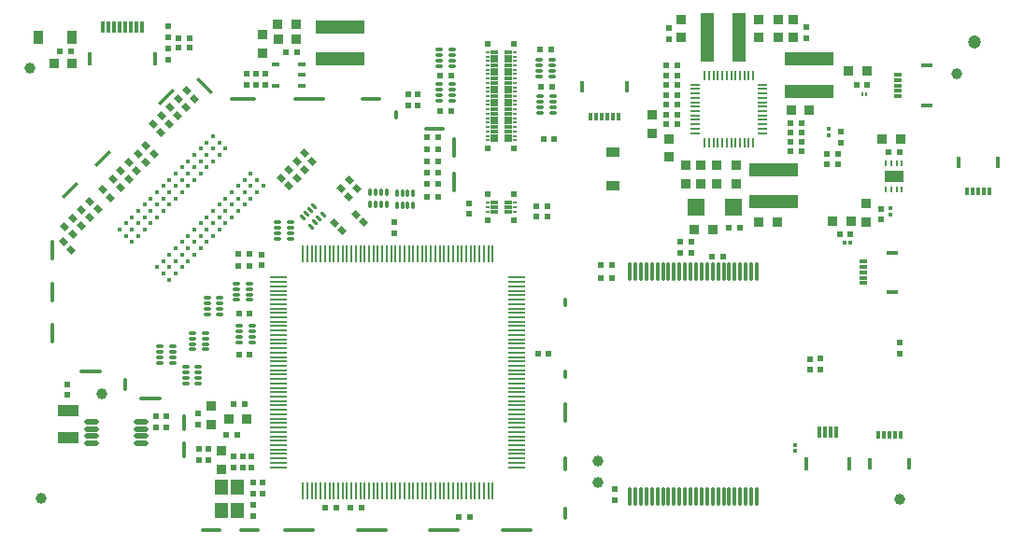
<source format=gtp>
G04 Layer_Color=8421504*
%FSLAX25Y25*%
%MOIN*%
G70*
G01*
G75*
%ADD20C,0.04724*%
%ADD21R,0.03543X0.03543*%
%ADD22R,0.02362X0.01969*%
%ADD23R,0.00906X0.01181*%
G04:AMPARAMS|DCode=24|XSize=78.74mil|YSize=13.78mil|CornerRadius=0mil|HoleSize=0mil|Usage=FLASHONLY|Rotation=135.000|XOffset=0mil|YOffset=0mil|HoleType=Round|Shape=Round|*
%AMOVALD24*
21,1,0.06496,0.01378,0.00000,0.00000,135.0*
1,1,0.01378,0.02297,-0.02297*
1,1,0.01378,-0.02297,0.02297*
%
%ADD24OVALD24*%

%ADD25O,0.09449X0.01378*%
%ADD26O,0.11811X0.01378*%
%ADD27O,0.07874X0.01378*%
%ADD28O,0.01378X0.03937*%
%ADD29O,0.01378X0.07874*%
%ADD30O,0.01378X0.03543*%
%ADD31O,0.01378X0.05512*%
%ADD32O,0.01378X0.04724*%
%ADD33O,0.01378X0.06299*%
%ADD34O,0.08268X0.01378*%
G04:AMPARAMS|DCode=35|XSize=78.74mil|YSize=13.78mil|CornerRadius=0mil|HoleSize=0mil|Usage=FLASHONLY|Rotation=45.000|XOffset=0mil|YOffset=0mil|HoleType=Round|Shape=Round|*
%AMOVALD35*
21,1,0.06496,0.01378,0.00000,0.00000,45.0*
1,1,0.01378,-0.02297,-0.02297*
1,1,0.01378,0.02297,0.02297*
%
%ADD35OVALD35*%

%ADD36R,0.05984X0.06299*%
%ADD37R,0.01969X0.02362*%
%ADD38R,0.01181X0.02756*%
%ADD39R,0.01181X0.03937*%
%ADD40R,0.07480X0.04331*%
%ADD41O,0.03100X0.01200*%
%ADD42C,0.03937*%
%ADD43O,0.00787X0.03937*%
%ADD44O,0.03937X0.00787*%
G04:AMPARAMS|DCode=45|XSize=19.69mil|YSize=23.62mil|CornerRadius=0mil|HoleSize=0mil|Usage=FLASHONLY|Rotation=45.000|XOffset=0mil|YOffset=0mil|HoleType=Round|Shape=Rectangle|*
%AMROTATEDRECTD45*
4,1,4,0.00139,-0.01531,-0.01531,0.00139,-0.00139,0.01531,0.01531,-0.00139,0.00139,-0.01531,0.0*
%
%ADD45ROTATEDRECTD45*%

%ADD46R,0.03543X0.03543*%
%ADD47R,0.01181X0.04331*%
%ADD48R,0.01654X0.05118*%
%ADD49R,0.02756X0.01181*%
%ADD50R,0.03937X0.01181*%
%ADD51R,0.17323X0.05118*%
%ADD52O,0.01200X0.03100*%
G04:AMPARAMS|DCode=53|XSize=31mil|YSize=12mil|CornerRadius=0mil|HoleSize=0mil|Usage=FLASHONLY|Rotation=315.000|XOffset=0mil|YOffset=0mil|HoleType=Round|Shape=Round|*
%AMOVALD53*
21,1,0.01900,0.01200,0.00000,0.00000,315.0*
1,1,0.01200,-0.00672,0.00672*
1,1,0.01200,0.00672,-0.00672*
%
%ADD53OVALD53*%

%ADD54O,0.06496X0.00787*%
%ADD55O,0.00787X0.06496*%
%ADD56C,0.01575*%
%ADD57R,0.02756X0.01575*%
%ADD58O,0.01083X0.07000*%
%ADD59R,0.04724X0.05512*%
%ADD60R,0.05118X0.17323*%
%ADD61R,0.01850X0.01969*%
%ADD62R,0.01772X0.00945*%
%ADD63R,0.02874X0.01378*%
%ADD64O,0.05315X0.02047*%
%ADD65R,0.03347X0.04724*%
%ADD66R,0.04724X0.03347*%
%ADD67R,0.01378X0.01378*%
%ADD68R,0.01378X0.01378*%
%ADD69R,0.00984X0.02165*%
%ADD70R,0.06693X0.03937*%
D20*
X4606Y176599D02*
D03*
D21*
X-40258Y166305D02*
D03*
X-33758D02*
D03*
X-323696Y169000D02*
D03*
X-317196D02*
D03*
X-39397Y112800D02*
D03*
X-45897D02*
D03*
X-72152Y112331D02*
D03*
X-65652D02*
D03*
X-95152Y109831D02*
D03*
X-88652D02*
D03*
X-54152Y152331D02*
D03*
X-60652D02*
D03*
X-237195Y177574D02*
D03*
X-243695D02*
D03*
X-254944Y42199D02*
D03*
X-261444D02*
D03*
X-237295Y183074D02*
D03*
X-243795D02*
D03*
X-21750Y142000D02*
D03*
X-28250D02*
D03*
D22*
X-37402Y161374D02*
D03*
X-33465D02*
D03*
X-175378Y7200D02*
D03*
X-179315D02*
D03*
X-258433Y36331D02*
D03*
X-262370D02*
D03*
X-124596Y92283D02*
D03*
X-128533D02*
D03*
X-317678Y173500D02*
D03*
X-321615D02*
D03*
X-186674Y125892D02*
D03*
X-190611D02*
D03*
X-39478Y108200D02*
D03*
X-43415D02*
D03*
X-226870Y10331D02*
D03*
X-222933D02*
D03*
X-213933Y10331D02*
D03*
X-217870D02*
D03*
X-257783Y79817D02*
D03*
X-253846D02*
D03*
X-253848Y65100D02*
D03*
X-257785D02*
D03*
X-78933Y110331D02*
D03*
X-82870D02*
D03*
X-105370Y157831D02*
D03*
X-101433D02*
D03*
X-105370Y168331D02*
D03*
X-101433D02*
D03*
X-240913Y173074D02*
D03*
X-236976D02*
D03*
X-147176Y65474D02*
D03*
X-151113D02*
D03*
X-60870Y137600D02*
D03*
X-56933D02*
D03*
X-105370Y164831D02*
D03*
X-101433D02*
D03*
X-186636Y134138D02*
D03*
X-190573D02*
D03*
X-190666Y138505D02*
D03*
X-186729D02*
D03*
X-259563Y47499D02*
D03*
X-255626D02*
D03*
X-101433Y147331D02*
D03*
X-105370D02*
D03*
X-101433Y150831D02*
D03*
X-105370D02*
D03*
X-60870Y147831D02*
D03*
X-56933D02*
D03*
X-275276Y174574D02*
D03*
X-279213D02*
D03*
Y178074D02*
D03*
X-275276D02*
D03*
X-60869Y144421D02*
D03*
X-56932D02*
D03*
Y141011D02*
D03*
X-60869D02*
D03*
X-101433Y161331D02*
D03*
X-105370D02*
D03*
X-84933Y100083D02*
D03*
X-88870D02*
D03*
X-128533Y96883D02*
D03*
X-124596D02*
D03*
X-150213Y173874D02*
D03*
X-146276D02*
D03*
X-151498Y114399D02*
D03*
X-147561D02*
D03*
X-149913Y160674D02*
D03*
X-145976D02*
D03*
X-147576Y118074D02*
D03*
X-151513D02*
D03*
X-258050Y96865D02*
D03*
X-254113D02*
D03*
X-254114Y101166D02*
D03*
X-258051D02*
D03*
X-48015Y133200D02*
D03*
X-44078D02*
D03*
X-181978Y152100D02*
D03*
X-185915D02*
D03*
X-44078Y136800D02*
D03*
X-48015D02*
D03*
X-149113Y141974D02*
D03*
X-145176D02*
D03*
X-185915Y164600D02*
D03*
X-181978D02*
D03*
X-190718Y142627D02*
D03*
X-186781D02*
D03*
X-190573Y130088D02*
D03*
X-186636D02*
D03*
X-186674Y121492D02*
D03*
X-190611D02*
D03*
X-105370Y154331D02*
D03*
X-101433D02*
D03*
X-21967Y137500D02*
D03*
X-25904D02*
D03*
D23*
X-35398Y157900D02*
D03*
X-34000D02*
D03*
D24*
X-270074Y161011D02*
D03*
D25*
X-256181Y156300D02*
D03*
D26*
X-232677D02*
D03*
X-158661Y2362D02*
D03*
X-184646D02*
D03*
X-210236D02*
D03*
X-236221D02*
D03*
D27*
X-210630Y156299D02*
D03*
X-187795Y145669D02*
D03*
X-253937Y2362D02*
D03*
X-267717D02*
D03*
D28*
X-201575Y150787D02*
D03*
X-141339Y57874D02*
D03*
D29*
X-181102Y138976D02*
D03*
Y126772D02*
D03*
X-141339Y44488D02*
D03*
X-324410Y72835D02*
D03*
Y87402D02*
D03*
Y102362D02*
D03*
D30*
X-141339Y83858D02*
D03*
D31*
Y25984D02*
D03*
D32*
Y8268D02*
D03*
X-298425Y54331D02*
D03*
D33*
X-277165Y31102D02*
D03*
Y40551D02*
D03*
D34*
X-289420Y49213D02*
D03*
X-310472Y59055D02*
D03*
D35*
X-283641Y157074D02*
D03*
X-306243Y134897D02*
D03*
X-317845Y123598D02*
D03*
D36*
X-94634Y117831D02*
D03*
X-81169Y117831D02*
D03*
D37*
X-249147Y19399D02*
D03*
Y15462D02*
D03*
X-21946Y65332D02*
D03*
Y69269D02*
D03*
X-50446Y63569D02*
D03*
Y59632D02*
D03*
X-54054Y63504D02*
D03*
Y59567D02*
D03*
X-253130Y28768D02*
D03*
Y24831D02*
D03*
X-175646Y115232D02*
D03*
Y119168D02*
D03*
X-100402Y105299D02*
D03*
Y101362D02*
D03*
X-282845Y174343D02*
D03*
Y170405D02*
D03*
X-282845Y182243D02*
D03*
Y178305D02*
D03*
X-256330Y24831D02*
D03*
Y28768D02*
D03*
X-249783Y96896D02*
D03*
Y100833D02*
D03*
X-197445Y158043D02*
D03*
Y154105D02*
D03*
X-28600Y117200D02*
D03*
Y113263D02*
D03*
X-96402Y105299D02*
D03*
Y101362D02*
D03*
X-272195Y40131D02*
D03*
Y44068D02*
D03*
X-202443Y112361D02*
D03*
Y108424D02*
D03*
X-252702Y7462D02*
D03*
Y11399D02*
D03*
X-252702Y15462D02*
D03*
Y19399D02*
D03*
X-55402Y178114D02*
D03*
Y182051D02*
D03*
X-268531Y27523D02*
D03*
Y31460D02*
D03*
X-251547Y161331D02*
D03*
Y165269D02*
D03*
X-271993Y27504D02*
D03*
Y31441D02*
D03*
X-248147Y161331D02*
D03*
Y165269D02*
D03*
X-254946Y161331D02*
D03*
Y165269D02*
D03*
X-104402Y177614D02*
D03*
Y181551D02*
D03*
X-259630Y28767D02*
D03*
Y24830D02*
D03*
X-43030Y144568D02*
D03*
Y140631D02*
D03*
X-193945Y154105D02*
D03*
Y158043D02*
D03*
X-123702Y13115D02*
D03*
Y17052D02*
D03*
X-283646Y39132D02*
D03*
Y43069D02*
D03*
X-318802Y54514D02*
D03*
Y50577D02*
D03*
X-287146Y39132D02*
D03*
Y43069D02*
D03*
D38*
X9991Y123383D02*
D03*
X8022D02*
D03*
X6053D02*
D03*
X4085D02*
D03*
X2117D02*
D03*
X-122441Y150197D02*
D03*
X-124409D02*
D03*
X-126378D02*
D03*
X-128346D02*
D03*
X-130315D02*
D03*
X-132283D02*
D03*
X-21654Y36319D02*
D03*
X-23622D02*
D03*
X-25591D02*
D03*
X-27559D02*
D03*
X-29528D02*
D03*
D39*
X13101Y133817D02*
D03*
X-994Y133817D02*
D03*
X-119331Y160630D02*
D03*
X-135394D02*
D03*
X-18543Y25886D02*
D03*
X-32638D02*
D03*
D40*
X-318702Y35224D02*
D03*
Y45067D02*
D03*
D41*
X-186170Y161553D02*
D03*
Y159584D02*
D03*
Y157616D02*
D03*
Y155647D02*
D03*
X-181721D02*
D03*
Y157616D02*
D03*
Y159584D02*
D03*
Y161553D02*
D03*
X-243866Y112345D02*
D03*
Y110376D02*
D03*
Y108408D02*
D03*
Y106439D02*
D03*
X-239418D02*
D03*
Y108408D02*
D03*
Y110376D02*
D03*
Y112345D02*
D03*
X-269066Y85345D02*
D03*
Y83376D02*
D03*
Y81408D02*
D03*
Y79439D02*
D03*
X-264618D02*
D03*
Y81408D02*
D03*
Y83376D02*
D03*
Y85345D02*
D03*
X-253109Y75357D02*
D03*
Y73388D02*
D03*
Y71420D02*
D03*
Y69451D02*
D03*
X-257557D02*
D03*
Y71420D02*
D03*
Y73388D02*
D03*
Y75357D02*
D03*
X-274203Y72803D02*
D03*
Y70834D02*
D03*
Y68866D02*
D03*
Y66897D02*
D03*
X-269755D02*
D03*
Y68866D02*
D03*
Y70834D02*
D03*
Y72803D02*
D03*
X-281418Y67945D02*
D03*
Y65976D02*
D03*
Y64008D02*
D03*
Y62039D02*
D03*
X-285866D02*
D03*
Y64008D02*
D03*
Y65976D02*
D03*
Y67945D02*
D03*
X-276666Y60645D02*
D03*
Y58676D02*
D03*
Y56708D02*
D03*
Y54739D02*
D03*
X-272218D02*
D03*
Y56708D02*
D03*
Y58676D02*
D03*
Y60645D02*
D03*
X-258566Y90445D02*
D03*
Y88476D02*
D03*
Y86508D02*
D03*
Y84539D02*
D03*
X-254118D02*
D03*
Y86508D02*
D03*
Y88476D02*
D03*
Y90445D02*
D03*
X-150470Y164321D02*
D03*
Y166290D02*
D03*
Y168258D02*
D03*
Y170227D02*
D03*
X-146022D02*
D03*
Y168258D02*
D03*
Y166290D02*
D03*
Y164321D02*
D03*
X-186170Y174053D02*
D03*
Y172084D02*
D03*
Y170116D02*
D03*
Y168147D02*
D03*
X-181721D02*
D03*
Y170116D02*
D03*
Y172084D02*
D03*
Y174053D02*
D03*
X-150170Y151421D02*
D03*
Y153390D02*
D03*
Y155358D02*
D03*
Y157327D02*
D03*
X-145722D02*
D03*
Y155358D02*
D03*
Y153390D02*
D03*
Y151421D02*
D03*
D42*
X-332283Y167323D02*
D03*
X-1575Y165354D02*
D03*
X-129528Y27165D02*
D03*
Y19291D02*
D03*
X-306693Y51181D02*
D03*
X-328346Y13780D02*
D03*
X-22047Y13386D02*
D03*
D43*
X-74240Y140823D02*
D03*
X-75815D02*
D03*
X-77390D02*
D03*
X-78965D02*
D03*
X-80539D02*
D03*
X-82114D02*
D03*
X-83689D02*
D03*
X-85264D02*
D03*
X-86839D02*
D03*
X-88413D02*
D03*
X-89988D02*
D03*
X-91563D02*
D03*
Y164839D02*
D03*
X-89988D02*
D03*
X-88413D02*
D03*
X-86839D02*
D03*
X-85264D02*
D03*
X-83689D02*
D03*
X-82114D02*
D03*
X-80539D02*
D03*
X-78965D02*
D03*
X-77390D02*
D03*
X-75815D02*
D03*
X-74240D02*
D03*
D44*
X-94910Y144169D02*
D03*
Y145744D02*
D03*
Y147319D02*
D03*
Y148894D02*
D03*
Y150469D02*
D03*
Y152043D02*
D03*
Y153618D02*
D03*
Y155193D02*
D03*
Y156768D02*
D03*
Y158343D02*
D03*
Y159917D02*
D03*
Y161492D02*
D03*
X-70894D02*
D03*
Y159917D02*
D03*
Y158343D02*
D03*
Y156768D02*
D03*
Y155193D02*
D03*
Y153618D02*
D03*
Y152043D02*
D03*
Y150469D02*
D03*
Y148894D02*
D03*
Y147319D02*
D03*
Y145744D02*
D03*
Y144169D02*
D03*
D45*
X-288335Y147284D02*
D03*
X-285551Y144500D02*
D03*
X-282551Y147500D02*
D03*
X-285335Y150284D02*
D03*
X-282335Y153284D02*
D03*
X-279551Y150500D02*
D03*
X-276551Y153500D02*
D03*
X-279335Y156284D02*
D03*
X-276335Y159284D02*
D03*
X-273551Y156500D02*
D03*
X-213151Y112400D02*
D03*
X-215935Y115184D02*
D03*
X-223633Y112081D02*
D03*
X-220849Y109297D02*
D03*
X-293735Y136584D02*
D03*
X-290951Y133800D02*
D03*
X-294251Y130800D02*
D03*
X-297035Y133584D02*
D03*
X-317551Y102500D02*
D03*
X-320335Y105284D02*
D03*
X-319835Y110784D02*
D03*
X-317051Y108000D02*
D03*
X-314051Y111000D02*
D03*
X-316835Y113784D02*
D03*
X-313835Y116784D02*
D03*
X-311051Y114000D02*
D03*
X-308051Y117000D02*
D03*
X-310835Y119784D02*
D03*
X-299951Y124800D02*
D03*
X-302735Y127584D02*
D03*
X-306435Y123884D02*
D03*
X-303651Y121100D02*
D03*
X-234335Y136884D02*
D03*
X-231551Y134100D02*
D03*
X-234251Y131200D02*
D03*
X-237035Y133984D02*
D03*
X-239835Y130984D02*
D03*
X-237051Y128200D02*
D03*
X-239951Y125400D02*
D03*
X-242735Y128184D02*
D03*
X-221435Y124284D02*
D03*
X-218651Y121500D02*
D03*
X-215651Y124500D02*
D03*
X-218435Y127284D02*
D03*
X-290835Y139584D02*
D03*
X-288051Y136800D02*
D03*
X-299835Y130584D02*
D03*
X-297051Y127800D02*
D03*
D46*
X-33900Y112500D02*
D03*
Y119000D02*
D03*
X-267694Y46649D02*
D03*
Y40149D02*
D03*
X-80247Y132650D02*
D03*
Y126150D02*
D03*
X-264078Y30613D02*
D03*
Y24113D02*
D03*
X-98402Y126081D02*
D03*
Y132581D02*
D03*
X-59902Y178333D02*
D03*
Y184833D02*
D03*
X-104402Y142081D02*
D03*
Y135581D02*
D03*
X-110402Y144081D02*
D03*
Y150581D02*
D03*
X-72402Y184833D02*
D03*
Y178333D02*
D03*
X-87402Y132581D02*
D03*
Y126081D02*
D03*
X-249245Y172724D02*
D03*
Y179224D02*
D03*
X-99902Y178333D02*
D03*
Y184833D02*
D03*
X-92902Y126081D02*
D03*
Y132581D02*
D03*
X-65402Y184833D02*
D03*
Y178333D02*
D03*
D47*
X-48622Y37244D02*
D03*
X-46654D02*
D03*
X-44685D02*
D03*
X-50591D02*
D03*
X-304205Y182008D02*
D03*
X-302236D02*
D03*
X-300268D02*
D03*
X-298299D02*
D03*
X-296331D02*
D03*
X-294362D02*
D03*
X-292394D02*
D03*
X-306173D02*
D03*
D48*
X-55394Y25945D02*
D03*
X-39882D02*
D03*
X-310976Y170709D02*
D03*
X-287591D02*
D03*
D49*
X-34959Y90552D02*
D03*
Y92520D02*
D03*
Y94489D02*
D03*
Y96457D02*
D03*
Y98426D02*
D03*
X-22646Y157252D02*
D03*
Y159221D02*
D03*
Y161189D02*
D03*
Y163157D02*
D03*
Y165126D02*
D03*
D50*
X-24526Y87441D02*
D03*
Y101536D02*
D03*
X-12213Y154142D02*
D03*
X-12213Y168236D02*
D03*
D51*
X-54402Y159122D02*
D03*
Y170539D02*
D03*
X-221745Y170565D02*
D03*
Y181983D02*
D03*
X-66902Y131039D02*
D03*
Y119622D02*
D03*
D52*
X-195490Y118266D02*
D03*
X-197459D02*
D03*
X-199427D02*
D03*
X-201396D02*
D03*
Y122714D02*
D03*
X-199427D02*
D03*
X-197459D02*
D03*
X-195490D02*
D03*
X-205091Y123015D02*
D03*
X-207060D02*
D03*
X-209028D02*
D03*
X-210997D02*
D03*
Y118567D02*
D03*
X-209028D02*
D03*
X-207060D02*
D03*
X-205091D02*
D03*
D53*
X-227781Y115007D02*
D03*
X-229174Y113615D02*
D03*
X-230565Y112223D02*
D03*
X-231958Y110831D02*
D03*
X-235103Y113976D02*
D03*
X-233711Y115368D02*
D03*
X-232319Y116760D02*
D03*
X-230927Y118152D02*
D03*
D54*
X-158622Y92550D02*
D03*
Y90975D02*
D03*
Y89401D02*
D03*
Y87826D02*
D03*
Y86251D02*
D03*
Y84676D02*
D03*
Y83101D02*
D03*
Y81527D02*
D03*
Y79952D02*
D03*
Y78377D02*
D03*
Y76802D02*
D03*
Y75227D02*
D03*
Y73653D02*
D03*
Y72078D02*
D03*
Y70503D02*
D03*
Y68928D02*
D03*
Y67353D02*
D03*
Y65779D02*
D03*
Y64204D02*
D03*
Y62629D02*
D03*
Y61054D02*
D03*
Y59479D02*
D03*
Y57905D02*
D03*
Y56330D02*
D03*
Y54755D02*
D03*
Y53180D02*
D03*
Y51605D02*
D03*
Y50031D02*
D03*
Y48456D02*
D03*
Y46881D02*
D03*
Y45306D02*
D03*
Y43731D02*
D03*
Y42157D02*
D03*
Y40582D02*
D03*
Y39007D02*
D03*
Y37432D02*
D03*
Y35857D02*
D03*
Y34283D02*
D03*
Y32708D02*
D03*
Y31133D02*
D03*
Y29558D02*
D03*
Y27983D02*
D03*
Y26409D02*
D03*
Y24834D02*
D03*
X-243464D02*
D03*
Y26409D02*
D03*
Y27983D02*
D03*
Y29558D02*
D03*
Y31133D02*
D03*
Y32708D02*
D03*
Y34283D02*
D03*
Y35857D02*
D03*
Y37432D02*
D03*
Y39007D02*
D03*
Y40582D02*
D03*
Y42157D02*
D03*
Y43731D02*
D03*
Y45306D02*
D03*
Y46881D02*
D03*
Y48456D02*
D03*
Y50031D02*
D03*
Y51605D02*
D03*
Y53180D02*
D03*
Y54755D02*
D03*
Y56330D02*
D03*
Y57905D02*
D03*
Y59479D02*
D03*
Y61054D02*
D03*
Y62629D02*
D03*
Y64204D02*
D03*
Y65779D02*
D03*
Y67353D02*
D03*
Y68928D02*
D03*
Y70503D02*
D03*
Y72078D02*
D03*
Y73653D02*
D03*
Y75227D02*
D03*
Y76802D02*
D03*
Y78377D02*
D03*
Y79952D02*
D03*
Y81527D02*
D03*
Y83101D02*
D03*
Y84676D02*
D03*
Y86251D02*
D03*
Y87826D02*
D03*
Y89401D02*
D03*
Y90975D02*
D03*
Y92550D02*
D03*
D55*
X-167185Y16271D02*
D03*
X-168760D02*
D03*
X-170334D02*
D03*
X-171909D02*
D03*
X-173484D02*
D03*
X-175059D02*
D03*
X-176634D02*
D03*
X-178208D02*
D03*
X-179783D02*
D03*
X-181358D02*
D03*
X-182933D02*
D03*
X-184508D02*
D03*
X-186082D02*
D03*
X-187657D02*
D03*
X-189232D02*
D03*
X-190807D02*
D03*
X-192382D02*
D03*
X-193956D02*
D03*
X-195531D02*
D03*
X-197106D02*
D03*
X-198681D02*
D03*
X-200256D02*
D03*
X-201830D02*
D03*
X-203405D02*
D03*
X-204980D02*
D03*
X-206555D02*
D03*
X-208130D02*
D03*
X-209704D02*
D03*
X-211279D02*
D03*
X-212854D02*
D03*
X-214429D02*
D03*
X-216004D02*
D03*
X-217578D02*
D03*
X-219153D02*
D03*
X-220728D02*
D03*
X-222303D02*
D03*
X-223878D02*
D03*
X-225452D02*
D03*
X-227027D02*
D03*
X-228602D02*
D03*
X-230177D02*
D03*
X-231752D02*
D03*
X-233326D02*
D03*
X-234901D02*
D03*
Y101113D02*
D03*
X-233326D02*
D03*
X-231752D02*
D03*
X-230177D02*
D03*
X-228602D02*
D03*
X-227027D02*
D03*
X-225452D02*
D03*
X-223878D02*
D03*
X-222303D02*
D03*
X-220728D02*
D03*
X-219153D02*
D03*
X-217578D02*
D03*
X-216004D02*
D03*
X-214429D02*
D03*
X-212854D02*
D03*
X-211279D02*
D03*
X-209704D02*
D03*
X-208130D02*
D03*
X-206555D02*
D03*
X-204980D02*
D03*
X-203405D02*
D03*
X-201830D02*
D03*
X-200256D02*
D03*
X-198681D02*
D03*
X-197106D02*
D03*
X-195531D02*
D03*
X-193956D02*
D03*
X-192382D02*
D03*
X-190807D02*
D03*
X-189232D02*
D03*
X-187657D02*
D03*
X-186082D02*
D03*
X-184508D02*
D03*
X-182933D02*
D03*
X-181358D02*
D03*
X-179783D02*
D03*
X-178208D02*
D03*
X-176634D02*
D03*
X-175059D02*
D03*
X-173484D02*
D03*
X-171909D02*
D03*
X-170334D02*
D03*
X-168760D02*
D03*
X-167185D02*
D03*
D56*
X-282501Y91844D02*
D03*
X-284728Y94070D02*
D03*
X-286955Y96298D02*
D03*
X-295863Y105206D02*
D03*
X-298091Y107433D02*
D03*
X-300317Y109660D02*
D03*
X-280274Y94071D02*
D03*
X-282500Y96298D02*
D03*
X-284728Y98525D02*
D03*
X-293636Y107433D02*
D03*
X-295863Y109661D02*
D03*
X-298090Y111887D02*
D03*
X-278047Y96298D02*
D03*
X-280274Y98524D02*
D03*
X-282501Y100752D02*
D03*
X-291409Y109660D02*
D03*
X-293637Y111887D02*
D03*
X-295863Y114114D02*
D03*
X-275820Y98525D02*
D03*
X-278046Y100752D02*
D03*
X-280274Y102979D02*
D03*
X-289182Y111887D02*
D03*
X-291409Y114115D02*
D03*
X-293636Y116341D02*
D03*
X-273593Y100752D02*
D03*
X-275820Y102978D02*
D03*
X-278047Y105206D02*
D03*
X-286955Y114114D02*
D03*
X-289183Y116341D02*
D03*
X-291409Y118568D02*
D03*
X-271366Y102979D02*
D03*
X-273592Y105206D02*
D03*
X-275820Y107433D02*
D03*
X-284728Y116341D02*
D03*
X-286955Y118569D02*
D03*
X-289182Y120795D02*
D03*
X-269138Y105206D02*
D03*
X-271365Y107433D02*
D03*
X-273592Y109661D02*
D03*
X-282500Y118569D02*
D03*
X-284728Y120796D02*
D03*
X-286955Y123023D02*
D03*
X-266912Y107433D02*
D03*
X-269138Y109660D02*
D03*
X-271366Y111887D02*
D03*
X-280274Y120795D02*
D03*
X-282501Y123023D02*
D03*
X-284728Y125249D02*
D03*
X-264684Y109661D02*
D03*
X-266911Y111887D02*
D03*
X-269138Y114115D02*
D03*
X-278046Y123023D02*
D03*
X-280274Y125250D02*
D03*
X-282500Y127477D02*
D03*
X-262457Y111887D02*
D03*
X-264684Y114114D02*
D03*
X-266912Y116341D02*
D03*
X-275820Y125249D02*
D03*
X-278047Y127477D02*
D03*
X-280274Y129704D02*
D03*
X-260230Y114115D02*
D03*
X-262457Y116341D02*
D03*
X-264684Y118569D02*
D03*
X-273592Y127477D02*
D03*
X-275820Y129704D02*
D03*
X-278046Y131931D02*
D03*
X-258003Y116342D02*
D03*
X-260229Y118569D02*
D03*
X-262457Y120796D02*
D03*
X-271365Y129704D02*
D03*
X-273592Y131932D02*
D03*
X-275819Y134158D02*
D03*
X-255776Y118569D02*
D03*
X-258003Y120795D02*
D03*
X-260230Y123023D02*
D03*
X-269138Y131931D02*
D03*
X-271366Y134158D02*
D03*
X-273592Y136385D02*
D03*
X-253549Y120796D02*
D03*
X-255775Y123023D02*
D03*
X-258003Y125250D02*
D03*
X-266911Y134158D02*
D03*
X-269138Y136386D02*
D03*
X-271365Y138612D02*
D03*
X-251322Y123023D02*
D03*
X-253549Y125249D02*
D03*
X-255776Y127477D02*
D03*
X-264684Y136385D02*
D03*
X-266912Y138612D02*
D03*
X-269138Y140839D02*
D03*
X-249095Y125250D02*
D03*
X-251321Y127477D02*
D03*
X-253549Y129704D02*
D03*
X-262457Y138612D02*
D03*
X-264684Y140840D02*
D03*
X-266911Y143066D02*
D03*
D57*
X-235245Y161134D02*
D03*
Y164874D02*
D03*
Y168614D02*
D03*
X-244694Y168811D02*
D03*
Y161134D02*
D03*
D58*
X-72965Y14268D02*
D03*
X-74933D02*
D03*
X-76902D02*
D03*
X-78870D02*
D03*
X-80839D02*
D03*
X-82807D02*
D03*
X-84776D02*
D03*
X-86744D02*
D03*
X-88713D02*
D03*
X-90681D02*
D03*
X-92650D02*
D03*
X-94618D02*
D03*
X-96587D02*
D03*
X-98555D02*
D03*
X-100524D02*
D03*
X-102492D02*
D03*
X-104461D02*
D03*
X-106429D02*
D03*
X-108398D02*
D03*
X-110366D02*
D03*
X-112335D02*
D03*
X-114303D02*
D03*
X-116272D02*
D03*
X-118240D02*
D03*
Y94583D02*
D03*
X-116272D02*
D03*
X-114303D02*
D03*
X-112335D02*
D03*
X-110366D02*
D03*
X-108398D02*
D03*
X-106429D02*
D03*
X-104461D02*
D03*
X-102492D02*
D03*
X-100524D02*
D03*
X-98555D02*
D03*
X-96587D02*
D03*
X-94618D02*
D03*
X-92650D02*
D03*
X-90681D02*
D03*
X-88713D02*
D03*
X-86744D02*
D03*
X-84776D02*
D03*
X-82807D02*
D03*
X-80839D02*
D03*
X-78870D02*
D03*
X-76902D02*
D03*
X-74933D02*
D03*
X-72965D02*
D03*
D59*
X-264107Y9431D02*
D03*
Y17698D02*
D03*
X-258202D02*
D03*
Y9431D02*
D03*
D60*
X-79193Y178331D02*
D03*
X-90610D02*
D03*
D61*
X-168878Y176063D02*
D03*
X-159468D02*
D03*
X-159468Y138661D02*
D03*
X-168878D02*
D03*
X-168878Y113189D02*
D03*
X-159468D02*
D03*
Y122244D02*
D03*
X-168878D02*
D03*
D62*
X-159350Y169961D02*
D03*
Y171535D02*
D03*
Y173110D02*
D03*
X-168996Y169961D02*
D03*
Y171535D02*
D03*
Y173110D02*
D03*
X-159350Y168386D02*
D03*
Y162087D02*
D03*
Y166811D02*
D03*
Y165236D02*
D03*
Y163661D02*
D03*
Y155787D02*
D03*
Y160512D02*
D03*
Y158937D02*
D03*
Y157362D02*
D03*
Y149488D02*
D03*
Y154213D02*
D03*
Y152638D02*
D03*
Y151063D02*
D03*
Y143189D02*
D03*
Y147913D02*
D03*
Y146339D02*
D03*
Y144764D02*
D03*
Y141614D02*
D03*
X-168996Y168386D02*
D03*
Y165236D02*
D03*
Y163661D02*
D03*
Y162087D02*
D03*
Y166811D02*
D03*
Y158937D02*
D03*
Y157362D02*
D03*
Y155787D02*
D03*
Y160512D02*
D03*
Y152638D02*
D03*
Y151063D02*
D03*
Y149488D02*
D03*
Y154213D02*
D03*
Y146339D02*
D03*
Y144764D02*
D03*
Y143189D02*
D03*
Y147913D02*
D03*
Y141614D02*
D03*
X-168996Y119291D02*
D03*
Y117717D02*
D03*
Y116142D02*
D03*
X-159350Y119291D02*
D03*
Y117717D02*
D03*
Y116142D02*
D03*
D63*
X-161673Y169961D02*
D03*
Y171535D02*
D03*
X-166673Y173110D02*
D03*
Y171535D02*
D03*
Y169961D02*
D03*
X-161673Y173110D02*
D03*
Y168386D02*
D03*
Y166811D02*
D03*
Y165236D02*
D03*
Y163661D02*
D03*
Y160512D02*
D03*
Y162087D02*
D03*
Y158937D02*
D03*
Y157362D02*
D03*
Y155787D02*
D03*
Y154213D02*
D03*
Y152638D02*
D03*
Y151063D02*
D03*
Y143189D02*
D03*
Y144764D02*
D03*
Y146339D02*
D03*
Y147913D02*
D03*
Y149488D02*
D03*
Y141614D02*
D03*
X-166673Y168386D02*
D03*
Y160512D02*
D03*
Y162087D02*
D03*
Y163661D02*
D03*
Y165236D02*
D03*
Y166811D02*
D03*
Y158937D02*
D03*
Y157362D02*
D03*
Y155787D02*
D03*
Y154213D02*
D03*
Y152638D02*
D03*
Y151063D02*
D03*
Y147913D02*
D03*
Y149488D02*
D03*
Y146339D02*
D03*
Y144764D02*
D03*
Y143189D02*
D03*
Y141614D02*
D03*
X-161673Y119291D02*
D03*
X-166673Y116142D02*
D03*
Y117717D02*
D03*
Y119291D02*
D03*
X-161673Y117717D02*
D03*
Y116142D02*
D03*
D64*
X-310261Y41084D02*
D03*
Y38525D02*
D03*
Y35966D02*
D03*
Y33407D02*
D03*
X-292742Y41084D02*
D03*
Y38525D02*
D03*
Y35966D02*
D03*
Y33407D02*
D03*
D65*
X-317243Y178500D02*
D03*
X-329250D02*
D03*
D66*
X-124230Y125495D02*
D03*
Y137503D02*
D03*
D67*
X-25300Y117243D02*
D03*
Y115157D02*
D03*
X-59400Y30757D02*
D03*
Y32843D02*
D03*
X-47300Y145543D02*
D03*
Y143457D02*
D03*
D68*
X-41643Y105100D02*
D03*
X-39557D02*
D03*
D69*
X-27053Y124174D02*
D03*
X-25084D02*
D03*
X-23116D02*
D03*
X-21147D02*
D03*
Y133426D02*
D03*
X-23116D02*
D03*
X-25084D02*
D03*
X-27053D02*
D03*
D70*
X-24100Y128800D02*
D03*
M02*

</source>
